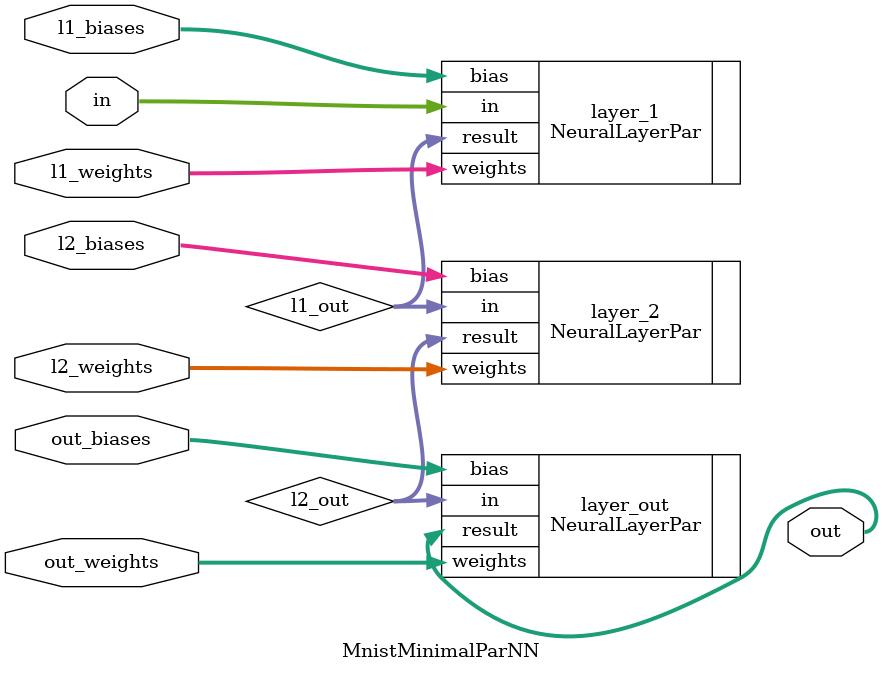
<source format=v>
module MnistMinimalParNN #(
    localparam integer InWidth  = 784,
    localparam integer L1Width  = 128,
    localparam integer L2Width  = 64,
    localparam integer OutWidth = 10
) (
    input [(32 * InWidth) - 1:0] in,
    input [(32 * L1Width * InWidth) - 1:0] l1_weights,
    input [(32 * L1Width) - 1:0] l1_biases,
    input [(32 * L2Width * L1Width) -1:0] l2_weights,
    input [(32 * L2Width) - 1:0] l2_biases,
    input [(32 * OutWidth * L2Width) - 1:0] out_weights,
    input [(32 * OutWidth) - 1:0] out_biases,
    output [(32 * OutWidth) - 1:0] out
);
  wire [(32 * L1Width) - 1:0] l1_out;
  wire [(32 * L2Width) - 1:0] l2_out;

  NeuralLayerPar #(
      .IN_SIZE(InWidth),
      .OUT_SIZE(L1Width),
      .ACTIVATION(0)
  ) layer_1 (
      .in(in),
      .weights(l1_weights),
      .bias(l1_biases),
      .result(l1_out)
  );

  NeuralLayerPar #(
      .IN_SIZE(L1Width),
      .OUT_SIZE(L2Width),
      .ACTIVATION(0)
  ) layer_2 (
      .in(l1_out),
      .weights(l2_weights),
      .bias(l2_biases),
      .result(l2_out)
  );

  // Activation 2 => Softmax
  NeuralLayerPar #(
      .IN_SIZE(L2Width),
      .OUT_SIZE(OutWidth),
      .ACTIVATION(0)
  ) layer_out (
      .in(l2_out),
      .weights(out_weights),
      .bias(out_biases),
      .result(out)
  );

endmodule

</source>
